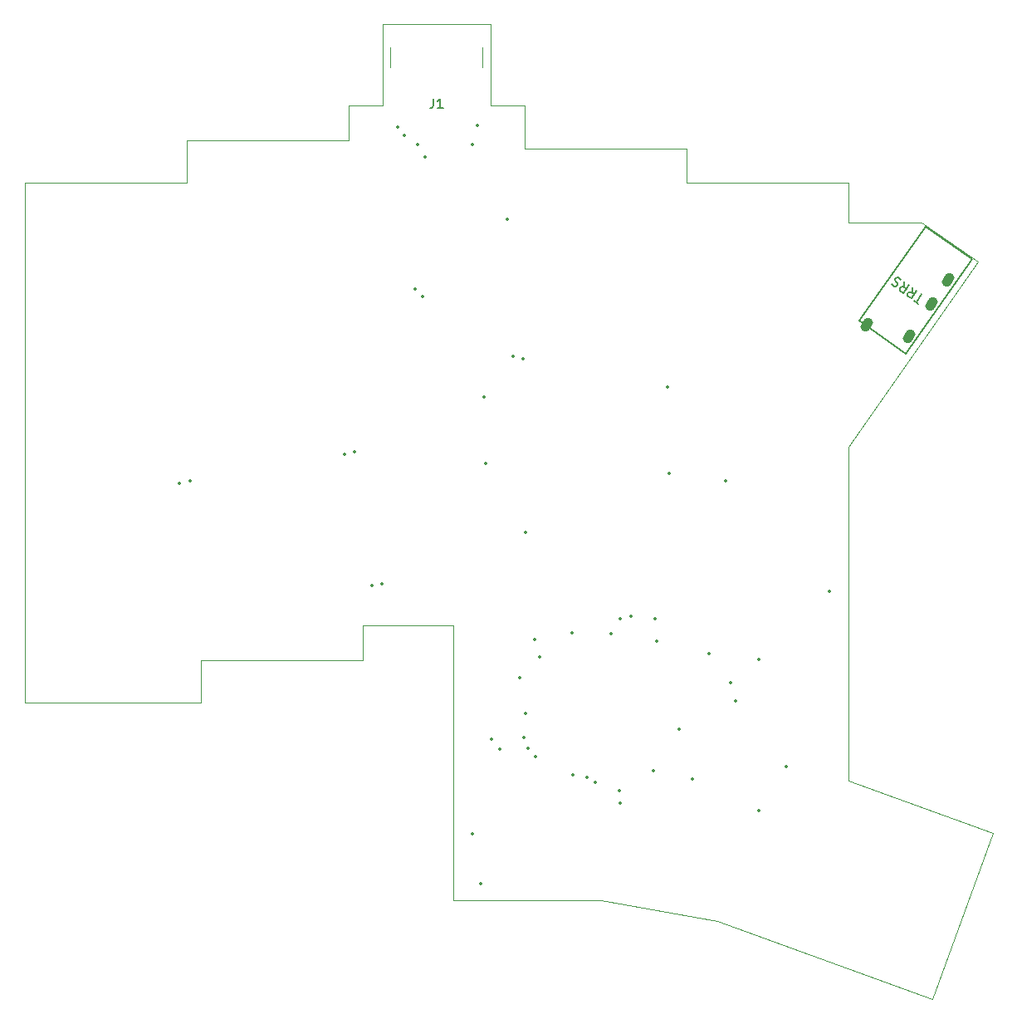
<source format=gto>
%TF.GenerationSoftware,KiCad,Pcbnew,(6.0.6)*%
%TF.CreationDate,2022-11-13T11:43:50+09:00*%
%TF.ProjectId,split-mini__left,73706c69-742d-46d6-996e-695f5f6c6566,rev?*%
%TF.SameCoordinates,Original*%
%TF.FileFunction,Legend,Top*%
%TF.FilePolarity,Positive*%
%FSLAX46Y46*%
G04 Gerber Fmt 4.6, Leading zero omitted, Abs format (unit mm)*
G04 Created by KiCad (PCBNEW (6.0.6)) date 2022-11-13 11:43:50*
%MOMM*%
%LPD*%
G01*
G04 APERTURE LIST*
G04 Aperture macros list*
%AMHorizOval*
0 Thick line with rounded ends*
0 $1 width*
0 $2 $3 position (X,Y) of the first rounded end (center of the circle)*
0 $4 $5 position (X,Y) of the second rounded end (center of the circle)*
0 Add line between two ends*
20,1,$1,$2,$3,$4,$5,0*
0 Add two circle primitives to create the rounded ends*
1,1,$1,$2,$3*
1,1,$1,$4,$5*%
G04 Aperture macros list end*
%TA.AperFunction,Profile*%
%ADD10C,0.100000*%
%TD*%
%ADD11C,0.150000*%
%ADD12C,0.120000*%
%ADD13C,0.350000*%
%ADD14O,0.600000X1.400000*%
%ADD15O,0.600000X1.700000*%
%ADD16HorizOval,1.000000X-0.143394X-0.204788X0.143394X0.204788X0*%
%ADD17C,1.900000*%
%ADD18C,3.000000*%
%ADD19C,4.100000*%
%ADD20C,0.650000*%
%ADD21R,0.580000X1.400000*%
%ADD22R,0.280000X1.400000*%
%ADD23O,1.000000X1.800000*%
%ADD24O,1.000000X2.100000*%
%ADD25C,1.200000*%
G04 APERTURE END LIST*
D10*
X116274472Y-100918426D02*
X101550000Y-95559156D01*
X50550000Y-30270000D02*
X34050000Y-30270000D01*
X34050000Y-30270000D02*
X34050000Y-34645000D01*
X109006494Y-38645000D02*
X101550000Y-38645000D01*
X114740558Y-42660035D02*
X101550000Y-61498104D01*
X35550000Y-87645000D02*
X35550000Y-83270000D01*
X88214983Y-109860807D02*
X110118110Y-117832893D01*
X35550000Y-83270000D02*
X52050000Y-83270000D01*
X110118110Y-117832893D02*
X116274472Y-100918426D01*
X68550000Y-31145000D02*
X85050000Y-31145000D01*
X34050000Y-34645000D02*
X17550000Y-34645000D01*
X61275000Y-79770000D02*
X61275000Y-107770000D01*
X61275000Y-107770000D02*
X76357429Y-107770000D01*
X17550000Y-87645000D02*
X35550000Y-87645000D01*
X50550000Y-26770000D02*
X50550000Y-30270000D01*
X101550000Y-95559156D02*
X101550000Y-61498104D01*
X65050000Y-26770000D02*
X68550000Y-26770000D01*
X76357429Y-107770000D02*
X88214983Y-109860807D01*
X65050000Y-26770000D02*
X65050000Y-18470000D01*
X17550000Y-34645000D02*
X17550000Y-87645000D01*
X85050000Y-31145000D02*
X85050000Y-34645000D01*
X109006494Y-38645000D02*
X114740558Y-42660035D01*
X54050000Y-26770000D02*
X54050000Y-18470000D01*
X50550000Y-26770000D02*
X54050000Y-26770000D01*
X54050000Y-18470000D02*
X65050000Y-18470000D01*
X101550000Y-38645000D02*
X101550000Y-34645000D01*
X68550000Y-26770000D02*
X68550000Y-31145000D01*
X101550000Y-34645000D02*
X85050000Y-34645000D01*
X52050000Y-83270000D02*
X52050000Y-79770000D01*
X52050000Y-79770000D02*
X61275000Y-79770000D01*
D11*
%TO.C,J1*%
X59226666Y-26017380D02*
X59226666Y-26731666D01*
X59179047Y-26874523D01*
X59083809Y-26969761D01*
X58940952Y-27017380D01*
X58845714Y-27017380D01*
X60226666Y-27017380D02*
X59655238Y-27017380D01*
X59940952Y-27017380D02*
X59940952Y-26017380D01*
X59845714Y-26160238D01*
X59750476Y-26255476D01*
X59655238Y-26303095D01*
%TO.C,J2*%
X108706908Y-46927127D02*
X108238821Y-46599369D01*
X109046441Y-45944096D02*
X108472865Y-46763248D01*
X108071260Y-45261267D02*
X108071179Y-45842531D01*
X108539347Y-45589025D02*
X107965770Y-46408177D01*
X107653713Y-46189671D01*
X107603011Y-46096038D01*
X107591317Y-46029717D01*
X107606936Y-45924390D01*
X107688876Y-45807368D01*
X107782509Y-45756667D01*
X107848830Y-45744973D01*
X107954157Y-45760592D01*
X108266215Y-45979097D01*
X107252108Y-44687690D02*
X107252027Y-45268955D01*
X107720195Y-45015448D02*
X107146618Y-45834600D01*
X106834560Y-45616095D01*
X106783859Y-45522461D01*
X106772165Y-45456141D01*
X106787784Y-45350813D01*
X106869724Y-45233792D01*
X106963357Y-45183090D01*
X107029678Y-45171396D01*
X107135005Y-45187015D01*
X107447063Y-45405521D01*
X106912737Y-44508192D02*
X106823028Y-44387245D01*
X106627992Y-44250680D01*
X106522664Y-44235061D01*
X106456344Y-44246755D01*
X106362710Y-44297456D01*
X106308084Y-44375470D01*
X106292465Y-44480798D01*
X106304159Y-44547118D01*
X106354860Y-44640752D01*
X106483576Y-44789012D01*
X106534278Y-44882646D01*
X106545972Y-44948966D01*
X106530353Y-45054294D01*
X106475726Y-45132308D01*
X106382093Y-45183009D01*
X106315772Y-45194703D01*
X106210445Y-45179084D01*
X106015408Y-45042519D01*
X105925700Y-44921572D01*
D12*
%TO.C,J1*%
X54860000Y-22820000D02*
X54860000Y-20820000D01*
X64260000Y-22820000D02*
X64260000Y-20820000D01*
D11*
%TO.C,J2*%
X107441655Y-52025890D02*
X102690573Y-48699147D01*
X114181178Y-42400853D02*
X107441655Y-52025890D01*
X102690573Y-48699147D02*
X109430097Y-39074110D01*
X109430097Y-39074110D02*
X114181178Y-42400853D01*
%TD*%
D13*
X64375000Y-56450000D03*
X68000000Y-85100000D03*
X92380000Y-98620000D03*
X70090000Y-82980500D03*
X78260000Y-97840000D03*
X66740000Y-38310000D03*
X89530000Y-85560000D03*
X68630000Y-70260000D03*
X81678750Y-94581250D03*
X92450000Y-83210000D03*
X63200000Y-100950000D03*
X89000000Y-65000000D03*
X73350000Y-80500000D03*
X77350000Y-80590000D03*
X85620000Y-95410500D03*
X90020000Y-87420000D03*
X87370000Y-82590000D03*
X69560000Y-81170000D03*
X63750000Y-28720000D03*
X55600000Y-28940000D03*
X63200000Y-30674500D03*
X57593764Y-30703764D03*
X58343362Y-32003362D03*
X68340000Y-52590000D03*
X67350000Y-52260000D03*
X56300000Y-29754500D03*
X82025000Y-81300000D03*
X81810500Y-79060500D03*
X84300000Y-90275000D03*
X74914500Y-95190000D03*
X34450000Y-65020000D03*
X51139312Y-62029312D03*
X69600000Y-93070000D03*
X65995562Y-92320562D03*
X57333094Y-45401718D03*
X53000000Y-75695500D03*
X68875500Y-92300205D03*
X78250000Y-79060500D03*
X83300500Y-64200000D03*
X75744707Y-95746563D03*
X33328091Y-65225935D03*
X50140000Y-62260500D03*
X73420000Y-94980000D03*
X65158418Y-91365500D03*
X58115688Y-46184312D03*
X68490000Y-91120000D03*
X54005201Y-75519799D03*
X79362100Y-78822601D03*
X83100000Y-55420000D03*
X64575000Y-63225000D03*
X68640000Y-88730000D03*
X99600000Y-76260000D03*
X95240000Y-94160000D03*
X64050000Y-106075000D03*
X78220000Y-96600000D03*
X97650000Y-78660000D03*
X88760000Y-76120000D03*
X92570000Y-78660000D03*
X87490000Y-78660000D03*
X95110000Y-73580000D03*
X62450000Y-23520000D03*
X56670000Y-23520000D03*
D14*
X55240000Y-19840000D03*
D15*
X63880000Y-24020000D03*
X55240000Y-24020000D03*
D14*
X63880000Y-19840000D03*
D13*
X37980000Y-56770000D03*
X39250000Y-54230000D03*
X45600000Y-51690000D03*
X48140000Y-56770000D03*
X43060000Y-56770000D03*
X64640000Y-35750000D03*
X63370000Y-38290000D03*
X54480000Y-35750000D03*
X59560000Y-35750000D03*
X57020000Y-40830000D03*
X31650000Y-61160000D03*
X21490000Y-61160000D03*
X22760000Y-58620000D03*
X26570000Y-61160000D03*
X29110000Y-56080000D03*
X82827177Y-99767867D03*
X91141051Y-103813011D03*
X84446456Y-105211757D03*
X87830000Y-100650000D03*
X92832823Y-101532133D03*
X72230000Y-72590000D03*
X78580000Y-70050000D03*
X81120000Y-75130000D03*
X70960000Y-75130000D03*
X76040000Y-75130000D03*
X72240000Y-55110000D03*
X76050000Y-57650000D03*
X78590000Y-52570000D03*
X81130000Y-57650000D03*
X70970000Y-57650000D03*
X55765000Y-50710000D03*
X59575000Y-53250000D03*
X64655000Y-53250000D03*
X54495000Y-53250000D03*
X62115000Y-48170000D03*
X107016274Y-47577401D03*
X111031309Y-41843337D03*
D16*
X103403253Y-49076093D03*
X111719091Y-44522321D03*
X109998362Y-46979777D03*
X107704056Y-50256386D03*
D13*
X95090000Y-56070000D03*
X92550000Y-61150000D03*
X97630000Y-61150000D03*
X88740000Y-58610000D03*
X87470000Y-61150000D03*
X31640000Y-78650000D03*
X22750000Y-76110000D03*
X26560000Y-78650000D03*
X29100000Y-73570000D03*
X21480000Y-78650000D03*
X31630000Y-43640000D03*
X26550000Y-43640000D03*
X21470000Y-43640000D03*
X22740000Y-41100000D03*
X29090000Y-38560000D03*
X45610000Y-69200000D03*
X37990000Y-74280000D03*
X48150000Y-74280000D03*
X43070000Y-74280000D03*
X39260000Y-71740000D03*
X97655000Y-43640000D03*
X90035000Y-48720000D03*
X96385000Y-46180000D03*
X92575000Y-43640000D03*
X87495000Y-43640000D03*
X48140000Y-39260000D03*
X39250000Y-36720000D03*
X43060000Y-39260000D03*
X45600000Y-34180000D03*
X37980000Y-39260000D03*
X62110000Y-65700000D03*
X59570000Y-70780000D03*
X55760000Y-68240000D03*
X64650000Y-70780000D03*
X54490000Y-70780000D03*
X65180000Y-98780000D03*
X67720000Y-103860000D03*
X70260000Y-98780000D03*
X74070000Y-101320000D03*
X75340000Y-98780000D03*
X70980000Y-40170000D03*
X81140000Y-40170000D03*
X76060000Y-40170000D03*
X79870000Y-42710000D03*
X73520000Y-45250000D03*
X99966361Y-104552538D03*
X109513639Y-108027462D03*
X104740000Y-106290000D03*
X107451498Y-109979916D03*
X100615718Y-110194907D03*
%LPC*%
D17*
%TO.C,SW15*%
X97650000Y-78660000D03*
D18*
X88760000Y-76120000D03*
D19*
X92570000Y-78660000D03*
D17*
X87490000Y-78660000D03*
D18*
X95110000Y-73580000D03*
%TD*%
D20*
%TO.C,J1*%
X62450000Y-23520000D03*
X56670000Y-23520000D03*
D21*
X62760000Y-24720000D03*
X61960000Y-24720000D03*
D22*
X60810000Y-24720000D03*
X59810000Y-24720000D03*
X59310000Y-24720000D03*
X58310000Y-24720000D03*
D21*
X57160000Y-24720000D03*
X56360000Y-24720000D03*
X56360000Y-24720000D03*
X57160000Y-24720000D03*
D22*
X57810000Y-24720000D03*
X58810000Y-24720000D03*
X60310000Y-24720000D03*
X61310000Y-24720000D03*
D21*
X61960000Y-24720000D03*
X62760000Y-24720000D03*
D23*
X55240000Y-19840000D03*
D24*
X63880000Y-24020000D03*
X55240000Y-24020000D03*
D23*
X63880000Y-19840000D03*
%TD*%
D17*
%TO.C,SW7*%
X37980000Y-56770000D03*
D18*
X39250000Y-54230000D03*
X45600000Y-51690000D03*
D17*
X48140000Y-56770000D03*
D19*
X43060000Y-56770000D03*
%TD*%
D17*
%TO.C,SW3*%
X64640000Y-35750000D03*
D18*
X63370000Y-38290000D03*
D17*
X54480000Y-35750000D03*
D19*
X59560000Y-35750000D03*
D18*
X57020000Y-40830000D03*
%TD*%
D17*
%TO.C,SW6*%
X31650000Y-61160000D03*
X21490000Y-61160000D03*
D18*
X22760000Y-58620000D03*
D19*
X26570000Y-61160000D03*
D18*
X29110000Y-56080000D03*
%TD*%
D17*
%TO.C,SW17*%
X82827177Y-99767867D03*
D18*
X91141051Y-103813011D03*
X84446456Y-105211757D03*
D19*
X87830000Y-100650000D03*
D17*
X92832823Y-101532133D03*
%TD*%
D18*
%TO.C,SW14*%
X72230000Y-72590000D03*
X78580000Y-70050000D03*
D17*
X81120000Y-75130000D03*
X70960000Y-75130000D03*
D19*
X76040000Y-75130000D03*
%TD*%
D18*
%TO.C,SW9*%
X72240000Y-55110000D03*
D19*
X76050000Y-57650000D03*
D18*
X78590000Y-52570000D03*
D17*
X81130000Y-57650000D03*
X70970000Y-57650000D03*
%TD*%
D18*
%TO.C,SW8*%
X55765000Y-50710000D03*
D19*
X59575000Y-53250000D03*
D17*
X64655000Y-53250000D03*
X54495000Y-53250000D03*
D18*
X62115000Y-48170000D03*
%TD*%
D25*
%TO.C,J2*%
X107016274Y-47577401D03*
X111031309Y-41843337D03*
%TD*%
D18*
%TO.C,SW10*%
X95090000Y-56070000D03*
D19*
X92550000Y-61150000D03*
D17*
X97630000Y-61150000D03*
D18*
X88740000Y-58610000D03*
D17*
X87470000Y-61150000D03*
%TD*%
%TO.C,SW11*%
X31640000Y-78650000D03*
D18*
X22750000Y-76110000D03*
D19*
X26560000Y-78650000D03*
D18*
X29100000Y-73570000D03*
D17*
X21480000Y-78650000D03*
%TD*%
%TO.C,SW1*%
X31630000Y-43640000D03*
D19*
X26550000Y-43640000D03*
D17*
X21470000Y-43640000D03*
D18*
X22740000Y-41100000D03*
X29090000Y-38560000D03*
%TD*%
%TO.C,SW12*%
X45610000Y-69200000D03*
D17*
X37990000Y-74280000D03*
X48150000Y-74280000D03*
D19*
X43070000Y-74280000D03*
D18*
X39260000Y-71740000D03*
%TD*%
D17*
%TO.C,SW5*%
X97655000Y-43640000D03*
D18*
X90035000Y-48720000D03*
X96385000Y-46180000D03*
D19*
X92575000Y-43640000D03*
D17*
X87495000Y-43640000D03*
%TD*%
%TO.C,SW2*%
X48140000Y-39260000D03*
D18*
X39250000Y-36720000D03*
D19*
X43060000Y-39260000D03*
D18*
X45600000Y-34180000D03*
D17*
X37980000Y-39260000D03*
%TD*%
D18*
%TO.C,SW13*%
X62110000Y-65700000D03*
D19*
X59570000Y-70780000D03*
D18*
X55760000Y-68240000D03*
D17*
X64650000Y-70780000D03*
X54490000Y-70780000D03*
%TD*%
%TO.C,SW16*%
X65180000Y-98780000D03*
D18*
X67720000Y-103860000D03*
D19*
X70260000Y-98780000D03*
D18*
X74070000Y-101320000D03*
D17*
X75340000Y-98780000D03*
%TD*%
%TO.C,SW4*%
X70980000Y-40170000D03*
X81140000Y-40170000D03*
D19*
X76060000Y-40170000D03*
D18*
X79870000Y-42710000D03*
X73520000Y-45250000D03*
%TD*%
D17*
%TO.C,SW18*%
X99966361Y-104552538D03*
X109513639Y-108027462D03*
D19*
X104740000Y-106290000D03*
D18*
X107451498Y-109979916D03*
X100615718Y-110194907D03*
%TD*%
M02*

</source>
